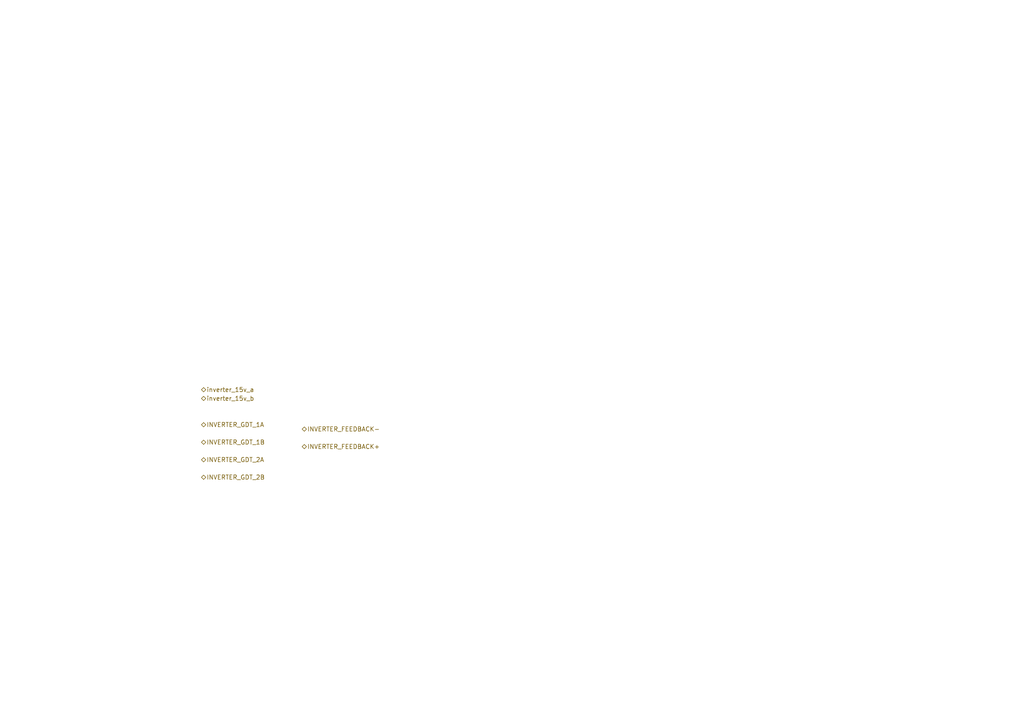
<source format=kicad_sch>
(kicad_sch
	(version 20250114)
	(generator "eeschema")
	(generator_version "9.0")
	(uuid "988600e3-a467-43fc-b088-0605bef1e4f8")
	(paper "A4")
	(lib_symbols)
	(hierarchical_label "INVERTER_GDT_1A"
		(shape bidirectional)
		(at 58.42 123.19 0)
		(effects
			(font
				(size 1.27 1.27)
			)
			(justify left)
		)
		(uuid "13a33721-a868-4317-9c5b-cdbaf7212735")
	)
	(hierarchical_label "inverter_15v_a"
		(shape bidirectional)
		(at 58.42 113.03 0)
		(effects
			(font
				(size 1.27 1.27)
			)
			(justify left)
		)
		(uuid "1c7ca714-db68-42d6-bfa5-4e1d46fe60d0")
	)
	(hierarchical_label "INVERTER_GDT_2A"
		(shape bidirectional)
		(at 58.42 133.35 0)
		(effects
			(font
				(size 1.27 1.27)
			)
			(justify left)
		)
		(uuid "7423f0f8-8f5b-4a31-b467-21ebd210088d")
	)
	(hierarchical_label "inverter_15v_b"
		(shape bidirectional)
		(at 58.42 115.57 0)
		(effects
			(font
				(size 1.27 1.27)
			)
			(justify left)
		)
		(uuid "8bbc08c4-03fd-495a-99d7-d217c73b5ab7")
	)
	(hierarchical_label "INVERTER_FEEDBACK-"
		(shape bidirectional)
		(at 87.63 124.46 0)
		(effects
			(font
				(size 1.27 1.27)
			)
			(justify left)
		)
		(uuid "b5b543a8-b3fe-44f5-a194-202e0f911871")
	)
	(hierarchical_label "INVERTER_GDT_1B"
		(shape bidirectional)
		(at 58.42 128.27 0)
		(effects
			(font
				(size 1.27 1.27)
			)
			(justify left)
		)
		(uuid "b607d179-cfda-463e-98c9-96014bf7ce1e")
	)
	(hierarchical_label "INVERTER_FEEDBACK+"
		(shape bidirectional)
		(at 87.63 129.54 0)
		(effects
			(font
				(size 1.27 1.27)
			)
			(justify left)
		)
		(uuid "e66c6a54-9717-4792-b3bf-47a215ff6378")
	)
	(hierarchical_label "INVERTER_GDT_2B"
		(shape bidirectional)
		(at 58.42 138.43 0)
		(effects
			(font
				(size 1.27 1.27)
			)
			(justify left)
		)
		(uuid "f67c243c-029e-42fb-b252-cd67870ddc7f")
	)
)

</source>
